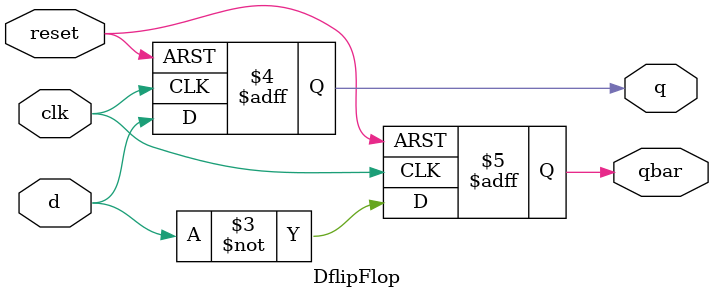
<source format=v>
`timescale 1ns / 1ps
module DflipFlop
#(parameter BITWIDTH=1, PATH_DELAY=3)		// By default 1 bit flip-flop
(

	q,
	qbar,
	d,
	clk,
	reset

);


output reg [BITWIDTH-1:0] q;
output reg [BITWIDTH-1:0] qbar;
input	 [BITWIDTH-1:0] d;
input	 clk;
input  reset;

always@(posedge clk or posedge reset)		// Asynchronous reset
begin

	if( reset == 1'b1 )
	begin
		q <= #(PATH_DELAY) {BITWIDTH{1'b0}};
		qbar <= #(PATH_DELAY) {BITWIDTH{1'b1}};
	end
	else
	begin
		q <= #(PATH_DELAY) d;
		qbar <= #(PATH_DELAY) ~d;
	end
end

endmodule

</source>
